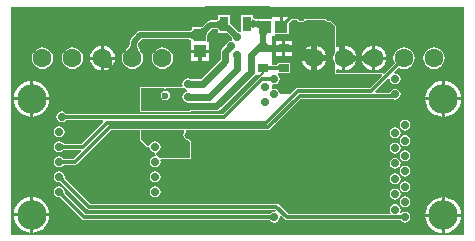
<source format=gbl>
%FSTAX23Y23*%
%MOMM*%
%SFA1B1*%

%IPPOS*%
%ADD10C,0.299999*%
%ADD12C,0.599999*%
%ADD15C,0.200000*%
%ADD18R,0.849998X0.699999*%
%ADD62C,0.599999*%
%ADD67C,0.499999*%
%ADD69C,1.599997*%
%ADD70C,2.499995*%
%ADD71C,0.699999*%
%ADD72C,0.499999*%
%ADD73R,0.799998X1.299997*%
%ADD74R,1.099998X1.049998*%
%ADD75R,1.049998X1.099998*%
%LNpcb1-1*%
%LPD*%
G36*
X2009Y07868D02*
X20272Y07792D01*
X20446Y07769*
X20468Y0776*
X36567*
Y-11548*
X-01719*
Y07767*
X14379*
X144Y07776*
X14575Y07799*
X14757Y07875*
X14783Y07894*
X20055*
X2009Y07868*
G37*
%LNpcb1-2*%
%LPC*%
G36*
X18769Y07122D02*
X17765D01*
Y05708*
Y05692*
X1775Y05684*
X17638Y05625*
X17596Y05653*
X17529Y05666*
X16821Y06374*
X16819Y06375*
Y07122*
X15815*
Y06802*
X15814Y06799*
X1581Y06764*
X15804Y06747*
X15794Y06732*
X15776Y06716*
X15748Y06699*
X15707Y06682*
X15654Y06668*
X15588Y06657*
X1551Y0665*
X15417Y06648*
X15414Y06646*
X15135*
X14998Y06619*
X14881Y06541*
X14867Y06527*
X14864Y06526*
X14733Y06398*
X14504Y06197*
X14409Y06124*
X14325Y0607*
X1428Y06046*
X14091*
X14086Y06048*
X1408Y06046*
X14066*
X14063Y06047*
X14062Y06046*
X13615*
Y05909*
X13613Y05906*
X1361Y05871*
X13604Y05854*
X13593Y05839*
X13576Y05823*
X13548Y05806*
X13507Y05789*
X13453Y05775*
X13387Y05764*
X13309Y05757*
X13217Y05755*
X13214Y05753*
X09204*
X09067Y05726*
X0895Y05648*
X08402Y051*
X08325Y04984*
X08297Y04846*
Y04735*
X08297Y04735*
X08297Y04734*
Y04726*
X08296Y04723*
X08293Y04654*
X08284Y04594*
X0827Y04536*
X0825Y0448*
X08225Y04427*
X08193Y04375*
X08156Y04326*
X08112Y04277*
X08061Y0423*
X08001Y04183*
X07991Y04165*
X07897Y04093*
X07752Y03904*
X07661Y03685*
X0763Y03449*
X07661Y03214*
X07752Y02994*
X07897Y02806*
X08085Y02661*
X08304Y0257*
X0854Y0254*
X08775Y0257*
X08995Y02661*
X09183Y02806*
X09328Y02994*
X09419Y03214*
X0945Y03449*
X09419Y03685*
X09328Y03904*
X09271Y03978*
X09267Y03998*
X09217Y04067*
X09174Y04133*
X09136Y04198*
X09104Y04263*
X09077Y04328*
X09055Y04391*
X09038Y04454*
X09026Y04517*
X09019Y04579*
X09017Y04645*
X09015Y04648*
Y04698*
X09353Y05035*
X13214*
X13217Y05034*
X13309Y05031*
X13387Y05025*
X13453Y05014*
X13465Y0501*
X13493Y04946*
X13463Y04848*
Y04171*
X14242*
X15021*
Y04848*
X14869*
Y052*
X14871Y05205*
X14869Y05211*
Y05398*
X14905Y05464*
X1496Y05548*
X15244Y05883*
X15288Y05928*
X15414*
X15417Y05927*
X1551Y05924*
X15588Y05918*
X15654Y05907*
X15707Y05892*
X15748Y05876*
X15776Y05859*
X15794Y05842*
X15804Y05827*
X1581Y0581*
X15814Y05776*
X15815Y05772*
Y05618*
X16562*
X1696Y0522*
X16993Y05051*
X17002Y05037*
X16926Y04923*
X16911Y04926*
X16735Y04891*
X16585Y04791*
X16485Y04642*
X1648Y04614*
X16113Y04247*
X16025Y04114*
X15993Y03957*
Y03365*
X14328Y017*
X13428*
X13405Y01716*
X13228Y01751*
X13052Y01716*
X12902Y01616*
X12802Y01467*
X12767Y0129*
X12796Y01145*
X12726Y01018*
X11486*
X11467Y0101*
X11459Y01012*
X11323Y00985*
X11188Y01012*
X11179Y0101*
X11161Y01018*
X09293*
X09273Y01009*
X09251*
X09249Y01008*
X09233Y00993*
X09215Y00985*
X09213Y00984*
X09205Y00964*
X09189Y00949*
Y00927*
X09181Y00906*
Y-01009*
X09213Y-01087*
X09291Y-0112*
X13418*
X13496Y-01087*
X13523Y-01024*
X15641*
X15798Y-00992*
X15931Y-00903*
X18797Y01961*
X18899Y0202*
X1938*
X19386Y02005*
X19401Y01893*
X19341Y01853*
X16177Y-0131*
X0294*
X02865Y-01198*
X02716Y-01098*
X0254Y-01063*
X02363Y-01098*
X02214Y-01198*
X02114Y-01347*
X02079Y-01524*
X02114Y-017*
X02214Y-01849*
X02363Y-01949*
X0254Y-01984*
X02716Y-01949*
X02865Y-01849*
X02882Y-01824*
X06014*
X06067Y-01951*
X04205Y-03812*
X02869*
X02862Y-03809*
X02829Y-03808*
X02802Y-03805*
X02777Y-03802*
X02754Y-03797*
X02734Y-03791*
X02716Y-03784*
X027Y-03776*
X02686Y-03767*
X02673Y-03757*
X0266Y-03745*
X02658Y-03743*
X02509Y-03643*
X02333Y-03608*
X02156Y-03643*
X02007Y-03743*
X01907Y-03893*
X01872Y-04069*
X01907Y-04245*
X02007Y-04395*
X02156Y-04495*
X02333Y-0453*
X02509Y-04495*
X02658Y-04395*
X0266Y-04393*
X02673Y-04381*
X02686Y-04371*
X027Y-04362*
X02716Y-04354*
X02734Y-04347*
X02754Y-04341*
X02777Y-04336*
X02802Y-04332*
X02829Y-0433*
X02862Y-04329*
X02869Y-04326*
X04147*
X042Y-04453*
X03597Y-05056*
X02687*
X02658Y-05013*
X02509Y-04913*
X02333Y-04878*
X02156Y-04913*
X02007Y-05013*
X01907Y-05163*
X01872Y-05339*
X01907Y-05515*
X02007Y-05665*
X02156Y-05765*
X02333Y-058*
X02509Y-05765*
X02658Y-05665*
X02722Y-0557*
X03703*
X03802Y-0555*
X03885Y-05494*
X0671Y-02669*
X09181*
Y-03377*
X09213Y-03455*
X09811Y-04052*
X09826Y-04059*
X09837Y-04072*
X09864Y-04074*
X09889Y-04085*
X09951Y-0411*
X10022Y-04182*
X10035Y-04245*
X10135Y-04395*
X10284Y-04495*
X10347Y-04507*
X10419Y-04578*
X10445Y-04641*
X10455Y-04666*
X10458Y-04693*
X10471Y-04703*
X10477Y-04719*
X10519Y-0476*
X10467Y-04865*
X10458Y-04879*
X10284Y-04913*
X10135Y-05013*
X10035Y-05163*
X1Y-05339*
X10035Y-05515*
X10135Y-05665*
X10284Y-05765*
X10461Y-058*
X10637Y-05765*
X10786Y-05665*
X10886Y-05515*
X10922Y-05339*
X10896Y-05213*
X10966Y-05103*
X10988Y-05086*
X13418*
X13496Y-05054*
X13529Y-04976*
Y-03626*
X13526Y-03621*
X13528Y-03615*
X13511Y-03582*
X13496Y-03548*
X13491Y-03546*
X13488Y-0354*
X1339Y-0346*
X13385Y-03458*
X13381Y-03453*
X13345Y-03446*
X13309Y-03435*
X13304Y-03438*
X13299Y-03437*
X13291Y-03438*
X13158Y-03412*
X13045Y-03336*
X12969Y-03223*
X12943Y-0309*
X12969Y-02957*
X13036Y-02858*
X13038Y-02848*
X13045Y-02842*
X13046Y-02808*
X13052Y-02775*
X13112Y-02669*
X19999*
X20097Y-0265*
X2018Y-02594*
X22793Y00017*
X30516*
X30612Y-00045*
X30788Y-00081*
X30965Y-00045*
X31114Y00053*
X31214Y00203*
X31249Y00379*
X31214Y00556*
X31114Y00705*
X30965Y00805*
X30788Y0084*
X30612Y00805*
X30462Y00705*
X30362Y00556*
X30358Y00531*
X29138*
X29089Y00649*
X30217Y01776*
X30334Y01714*
X30327Y01679*
X30362Y01503*
X30462Y01353*
X30612Y01253*
X30788Y01218*
X30965Y01253*
X31114Y01353*
X31214Y01503*
X31249Y01679*
X31214Y01856*
X31114Y02005*
X30965Y02105*
X30788Y0214*
X30754Y02133*
X30691Y0225*
X31093Y02652*
X31291Y0257*
X31527Y0254*
X31762Y0257*
X31982Y02661*
X3217Y02806*
X32315Y02994*
X32406Y03214*
X32437Y03449*
X32406Y03685*
X32315Y03904*
X3217Y04093*
X31982Y04237*
X31762Y04328*
X31527Y04359*
X31291Y04328*
X31072Y04237*
X30884Y04093*
X30739Y03904*
X30648Y03685*
X30617Y03449*
X30648Y03214*
X3073Y03016*
X29831Y02116*
X29705Y02157*
X29685Y02165*
X29669Y02181*
X29647*
X29627Y02189*
X25802*
X25799Y02474*
X25835Y02492*
X25925Y02524*
X26172Y02422*
X2632Y02403*
Y03449*
Y04496*
X26172Y04476*
X25915Y0437*
X25893Y04353*
X25779Y04408*
X2576Y06159*
X25744Y06197*
X25728Y06236*
X25389Y06575*
X25379Y06579*
X25372Y06588*
X25341Y06595*
X25311Y06607*
X25301Y06603*
X2529Y06605*
X2523Y06593*
X25096Y06619*
X24983Y06695*
X2495Y06746*
X2494Y06752*
X24936Y06762*
X24906Y06775*
X24879Y06793*
X24868Y0679*
X24858Y06795*
X23189*
X23178Y0679*
X23167Y06793*
X2314Y06775*
X23111Y06762*
X23106Y06752*
X23097Y06746*
X23063Y06695*
X2295Y06619*
X22817Y06593*
X22683Y06619*
X2257Y06695*
X22537Y06746*
X22527Y06752*
X22523Y06762*
X22493Y06775*
X22466Y06793*
X22455Y0679*
X22445Y06795*
X22076*
X22073Y06794*
X21946Y06877*
Y06893*
X21269*
Y06114*
X21015*
Y06893*
X20338*
Y06741*
X19258*
X19245Y06746*
X19244Y06746*
X19242Y06746*
X19008Y06739*
X18998Y0674*
X18933Y06751*
X1888Y06765*
X18839Y06782*
X18811Y06799*
X18794Y06815*
X18784Y0683*
X18778Y06847*
X18774Y06882*
X18769Y06891*
Y07122*
G37*
G36*
X26574Y04496D02*
Y03576D01*
X27018*
Y04009*
X27097Y03931*
X27249Y038*
X27322Y03747*
X27393Y03702*
X27461Y03665*
X27483Y03655*
X27474Y03724*
X27368Y03981*
X27199Y04201*
X26978Y0437*
X26722Y04476*
X26574Y04496*
G37*
G36*
X29114D02*
Y03576D01*
X30033*
X30014Y03724*
X29908Y03981*
X29739Y04201*
X29518Y0437*
X29262Y04476*
X29114Y04496*
G37*
G36*
X2886D02*
X28712Y04476D01*
X28455Y0437*
X28235Y04201*
X28066Y03981*
X2796Y03724*
X27951Y03655*
X27973Y03665*
X28041Y03702*
X28112Y03747*
X28184Y038*
X28259Y03862*
X28416Y04009*
Y03576*
X2886*
Y04496*
G37*
G36*
X06127D02*
Y03576D01*
X07046*
X07027Y03724*
X06921Y03981*
X06752Y04201*
X06531Y0437*
X06275Y04476*
X06127Y04496*
G37*
G36*
X05873D02*
X05725Y04476D01*
X05468Y0437*
X05248Y04201*
X05079Y03981*
X04973Y03724*
X04953Y03576*
X05873*
Y04496*
G37*
G36*
X15021Y03917D02*
X14369D01*
Y035*
X14542*
X14514Y03497*
X14488Y03488*
X14466Y03473*
X14446Y03452*
X1443Y03425*
X14416Y03391*
X14406Y03352*
X14398Y03306*
X14394Y03255*
X14393Y0324*
X15021*
Y03917*
G37*
G36*
X14115D02*
X13463D01*
Y0324*
X14091*
X14091Y03255*
X14086Y03306*
X14079Y03352*
X14068Y03391*
X14055Y03425*
X14038Y03452*
X14019Y03473*
X13996Y03488*
X13971Y03497*
X13942Y035*
X14115*
Y03917*
G37*
G36*
X2886Y03322D02*
X28416D01*
Y02889*
X28336Y02967*
X28184Y03098*
X28112Y03152*
X28041Y03197*
X27973Y03234*
X27951Y03243*
X2796Y03174*
X28066Y02918*
X28235Y02698*
X28455Y02529*
X28712Y02422*
X2886Y02403*
Y03322*
G37*
G36*
X07046D02*
X06801D01*
X06816Y0313*
X06829Y03041*
X06847Y02959*
X06869Y02885*
X06878Y02863*
X06921Y02918*
X07027Y03174*
X07046Y03322*
G37*
G36*
X06681D02*
X06127D01*
Y02768*
X06681Y03322*
G37*
G36*
X34067Y04359D02*
X33831Y04328D01*
X33612Y04237*
X33424Y04093*
X33279Y03904*
X33188Y03685*
X33157Y03449*
X33188Y03214*
X33279Y02994*
X33424Y02806*
X33612Y02661*
X33831Y0257*
X34067Y0254*
X34302Y0257*
X34522Y02661*
X3471Y02806*
X34855Y02994*
X34946Y03214*
X34977Y03449*
X34946Y03685*
X34855Y03904*
X3471Y04093*
X34522Y04237*
X34302Y04328*
X34067Y04359*
G37*
G36*
X1108D02*
X10844Y04328D01*
X10625Y04237*
X10437Y04093*
X10292Y03904*
X10201Y03685*
X1017Y03449*
X10201Y03214*
X10292Y02994*
X10437Y02806*
X10625Y02661*
X10844Y0257*
X1108Y0254*
X11315Y0257*
X11535Y02661*
X11723Y02806*
X11868Y02994*
X11959Y03214*
X1199Y03449*
X11959Y03685*
X11868Y03904*
X11723Y04093*
X11535Y04237*
X11315Y04328*
X1108Y04359*
G37*
G36*
X0346D02*
X03224Y04328D01*
X03005Y04237*
X02817Y04093*
X02672Y03904*
X02581Y03685*
X0255Y03449*
X02581Y03214*
X02672Y02994*
X02817Y02806*
X03005Y02661*
X03224Y0257*
X0346Y0254*
X03695Y0257*
X03915Y02661*
X04103Y02806*
X04248Y02994*
X04339Y03214*
X0437Y03449*
X04339Y03685*
X04248Y03904*
X04103Y04093*
X03915Y04237*
X03695Y04328*
X0346Y04359*
G37*
G36*
X0092D02*
X00684Y04328D01*
X00465Y04237*
X00277Y04093*
X00132Y03904*
X00041Y03685*
X0001Y03449*
X00041Y03214*
X00132Y02994*
X00277Y02806*
X00465Y02661*
X00684Y0257*
X0092Y0254*
X01155Y0257*
X01375Y02661*
X01563Y02806*
X01708Y02994*
X01799Y03214*
X0183Y03449*
X01799Y03685*
X01708Y03904*
X01563Y04093*
X01375Y04237*
X01155Y04328*
X0092Y04359*
G37*
G36*
X06127Y02646D02*
Y02403D01*
X06275Y02422*
X06531Y02529*
X06587Y02571*
X06565Y0258*
X0649Y02602*
X06408Y0262*
X06319Y02634*
X06223Y02643*
X06127Y02646*
G37*
G36*
X05873Y03322D02*
X04953D01*
X04973Y03174*
X05079Y02918*
X05248Y02698*
X05468Y02529*
X05725Y02422*
X05873Y02403*
Y03322*
G37*
G36*
X30033D02*
X29114D01*
Y02403*
X29262Y02422*
X29518Y02529*
X29739Y02698*
X29908Y02918*
X30014Y03174*
X30033Y03322*
G37*
G36*
X27018D02*
X26574D01*
Y02403*
X26722Y02422*
X26978Y02529*
X27199Y02698*
X27368Y02918*
X27474Y03174*
X27483Y03243*
X27461Y03234*
X27393Y03197*
X27322Y03152*
X27249Y03098*
X27175Y03037*
X27018Y02889*
Y03322*
G37*
G36*
X00127Y01498D02*
Y00127D01*
X01498*
X01482Y00294*
X01396Y00578*
X01256Y00839*
X01068Y01068*
X00839Y01256*
X00578Y01396*
X00294Y01482*
X00127Y01498*
G37*
G36*
X-00127D02*
X-00294Y01482D01*
X-00578Y01396*
X-00839Y01256*
X-01068Y01068*
X-01256Y00839*
X-01396Y00578*
X-01482Y00294*
X-01498Y00127*
X-00127*
Y01498*
G37*
G36*
X34974Y01491D02*
Y00119D01*
X36346*
X36329Y00287*
X36243Y00571*
X36104Y00832*
X35916Y01061*
X35687Y01249*
X35425Y01389*
X35142Y01475*
X34974Y01491*
G37*
G36*
X3472D02*
X34552Y01475D01*
X34269Y01389*
X34008Y01249*
X33779Y01061*
X33591Y00832*
X33451Y00571*
X33365Y00287*
X33348Y00119*
X3472*
Y01491*
G37*
G36*
X-00127Y-00127D02*
X-01498D01*
X-01482Y-00294*
X-01396Y-00578*
X-01256Y-00839*
X-01068Y-01068*
X-00839Y-01256*
X-00578Y-01396*
X-00294Y-01482*
X-00127Y-01498*
Y-00127*
G37*
G36*
X01498D02*
X00127D01*
Y-01498*
X00294Y-01482*
X00578Y-01396*
X00839Y-01256*
X01068Y-01068*
X01256Y-00839*
X01396Y-00578*
X01482Y-00294*
X01498Y-00127*
G37*
G36*
X36346Y-00133D02*
X34974D01*
Y-01505*
X35142Y-01489*
X35425Y-01403*
X35687Y-01263*
X35916Y-01075*
X36104Y-00846*
X36243Y-00585*
X36329Y-00301*
X36346Y-00133*
G37*
G36*
X3472D02*
X33348D01*
X33365Y-00301*
X33451Y-00585*
X33591Y-00846*
X33779Y-01075*
X34008Y-01263*
X34269Y-01403*
X34552Y-01489*
X3472Y-01505*
Y-00133*
G37*
G36*
X3161Y-01766D02*
X31434Y-01801D01*
X31284Y-01901*
X31184Y-0205*
X31149Y-02227*
X31184Y-02403*
X31284Y-02553*
X31434Y-02652*
X3161Y-02688*
X31787Y-02652*
X31936Y-02553*
X32036Y-02403*
X32071Y-02227*
X32036Y-0205*
X31936Y-01901*
X31787Y-01801*
X3161Y-01766*
G37*
G36*
X02333Y-02338D02*
X02156Y-02373D01*
X02007Y-02473*
X01907Y-02623*
X01872Y-02799*
X01907Y-02975*
X02007Y-03125*
X02156Y-03225*
X02333Y-0326*
X02509Y-03225*
X02658Y-03125*
X02758Y-02975*
X02794Y-02799*
X02758Y-02623*
X02658Y-02473*
X02509Y-02373*
X02333Y-02338*
G37*
G36*
X30788Y-02409D02*
X30612Y-02444D01*
X30462Y-02544*
X30362Y-02693*
X30327Y-0287*
X30362Y-03046*
X30462Y-03196*
X30612Y-03295*
X30788Y-0333*
X30965Y-03295*
X31114Y-03196*
X31214Y-03046*
X31249Y-0287*
X31214Y-02693*
X31114Y-02544*
X30965Y-02444*
X30788Y-02409*
G37*
G36*
X3161Y-03066D02*
X31434Y-03101D01*
X31284Y-03201*
X31184Y-0335*
X31149Y-03527*
X31184Y-03703*
X31284Y-03853*
X31434Y-03952*
X3161Y-03987*
X31787Y-03952*
X31936Y-03853*
X32036Y-03703*
X32071Y-03527*
X32036Y-0335*
X31936Y-03201*
X31787Y-03101*
X3161Y-03066*
G37*
G36*
X30788Y-03709D02*
X30612Y-03744D01*
X30462Y-03844*
X30362Y-03993*
X30327Y-0417*
X30362Y-04346*
X30462Y-04496*
X30612Y-04595*
X30788Y-04631*
X30965Y-04595*
X31114Y-04496*
X31214Y-04346*
X31249Y-0417*
X31214Y-03993*
X31114Y-03844*
X30965Y-03744*
X30788Y-03709*
G37*
G36*
X3161Y-04366D02*
X31434Y-04401D01*
X31284Y-04501*
X31184Y-0465*
X31149Y-04827*
X31184Y-05003*
X31284Y-05153*
X31434Y-05252*
X3161Y-05288*
X31787Y-05252*
X31936Y-05153*
X32036Y-05003*
X32071Y-04827*
X32036Y-0465*
X31936Y-04501*
X31787Y-04401*
X3161Y-04366*
G37*
G36*
X30788Y-05009D02*
X30612Y-05044D01*
X30462Y-05144*
X30362Y-05293*
X30327Y-0547*
X30362Y-05646*
X30462Y-05796*
X30612Y-05895*
X30788Y-0593*
X30965Y-05895*
X31114Y-05796*
X31214Y-05646*
X31249Y-0547*
X31214Y-05293*
X31114Y-05144*
X30965Y-05044*
X30788Y-05009*
G37*
G36*
X3161Y-05666D02*
X31434Y-05701D01*
X31284Y-05801*
X31184Y-0595*
X31149Y-06127*
X31184Y-06303*
X31284Y-06453*
X31434Y-06552*
X3161Y-06587*
X31787Y-06552*
X31936Y-06453*
X32036Y-06303*
X32071Y-06127*
X32036Y-0595*
X31936Y-05801*
X31787Y-05701*
X3161Y-05666*
G37*
G36*
X10461Y-06148D02*
X10284Y-06183D01*
X10135Y-06283*
X10035Y-06433*
X1Y-06609*
X10035Y-06785*
X10135Y-06935*
X10284Y-07035*
X10461Y-0707*
X10637Y-07035*
X10786Y-06935*
X10886Y-06785*
X10922Y-06609*
X10886Y-06433*
X10786Y-06283*
X10637Y-06183*
X10461Y-06148*
G37*
G36*
X30788Y-06309D02*
X30612Y-06344D01*
X30462Y-06444*
X30362Y-06593*
X30327Y-0677*
X30362Y-06946*
X30462Y-07096*
X30612Y-07195*
X30788Y-07231*
X30965Y-07195*
X31114Y-07096*
X31214Y-06946*
X31249Y-0677*
X31214Y-06593*
X31114Y-06444*
X30965Y-06344*
X30788Y-06309*
G37*
G36*
X3161Y-06966D02*
X31434Y-07001D01*
X31284Y-07101*
X31184Y-0725*
X31149Y-07427*
X31184Y-07603*
X31284Y-07753*
X31434Y-07852*
X3161Y-07888*
X31787Y-07852*
X31936Y-07753*
X32036Y-07603*
X32071Y-07427*
X32036Y-0725*
X31936Y-07101*
X31787Y-07001*
X3161Y-06966*
G37*
G36*
X10461Y-07418D02*
X10284Y-07453D01*
X10135Y-07553*
X10035Y-07703*
X1Y-07879*
X10035Y-08055*
X10135Y-08205*
X10284Y-08305*
X10461Y-0834*
X10637Y-08305*
X10786Y-08205*
X10886Y-08055*
X10922Y-07879*
X10886Y-07703*
X10786Y-07553*
X10637Y-07453*
X10461Y-07418*
G37*
G36*
X30788Y-07609D02*
X30612Y-07644D01*
X30462Y-07744*
X30362Y-07893*
X30327Y-0807*
X30362Y-08246*
X30462Y-08396*
X30612Y-08495*
X30788Y-0853*
X30965Y-08495*
X31114Y-08396*
X31214Y-08246*
X31249Y-0807*
X31214Y-07893*
X31114Y-07744*
X30965Y-07644*
X30788Y-07609*
G37*
G36*
X3161Y-08266D02*
X31434Y-08301D01*
X31284Y-08401*
X31184Y-0855*
X31149Y-08727*
X31184Y-08903*
X31284Y-09053*
X31434Y-09152*
X3161Y-09188*
X31787Y-09152*
X31936Y-09053*
X32036Y-08903*
X32071Y-08727*
X32036Y-0855*
X31936Y-08401*
X31787Y-08301*
X3161Y-08266*
G37*
G36*
X02333Y-06148D02*
X02156Y-06183D01*
X02007Y-06283*
X01907Y-06433*
X01872Y-06609*
X01907Y-06785*
X02007Y-06935*
X02156Y-07035*
X02333Y-0707*
X02335Y-07069*
X02353Y-0707*
X02369Y-07072*
X02385Y-07076*
X02402Y-07082*
X0242Y-0709*
X02438Y-071*
X02458Y-07112*
X02478Y-07127*
X02499Y-07145*
X02523Y-07167*
X02531Y-0717*
X04665Y-09304*
X04748Y-0936*
X04846Y-0938*
X20598*
X2065Y-09447*
X20585Y-09564*
X2056Y-09559*
X20384Y-09594*
X20234Y-09694*
X20233Y-09696*
X2022Y-09708*
X20207Y-09718*
X20193Y-09726*
X20177Y-09734*
X20159Y-09741*
X20138Y-09747*
X20116Y-09752*
X20091Y-09756*
X20064Y-09758*
X20031Y-09759*
X20023Y-09763*
X0458*
X02894Y-08077*
X02891Y-08069*
X02868Y-08045*
X02851Y-08024*
X02836Y-08004*
X02823Y-07985*
X02813Y-07966*
X02806Y-07948*
X028Y-07932*
X02796Y-07915*
X02794Y-07899*
X02793Y-07881*
X02794Y-07879*
X02758Y-07703*
X02658Y-07553*
X02509Y-07453*
X02333Y-07418*
X02156Y-07453*
X02007Y-07553*
X01907Y-07703*
X01872Y-07879*
X01907Y-08055*
X02007Y-08205*
X02156Y-08305*
X02333Y-0834*
X02335Y-08339*
X02353Y-0834*
X02369Y-08342*
X02385Y-08346*
X02402Y-08352*
X0242Y-0836*
X02438Y-0837*
X02458Y-08382*
X02478Y-08397*
X02499Y-08415*
X02523Y-08437*
X02531Y-0844*
X04292Y-10201*
X04375Y-10257*
X04473Y-10277*
X20023*
X20031Y-1028*
X20064Y-10281*
X20091Y-10283*
X20116Y-10287*
X20138Y-10292*
X20159Y-10298*
X20177Y-10305*
X20193Y-10313*
X20207Y-10322*
X2022Y-10331*
X20233Y-10344*
X20234Y-10346*
X20384Y-10445*
X2056Y-1048*
X20737Y-10445*
X20886Y-10346*
X20986Y-10196*
X21021Y-1002*
X21008Y-09952*
X21125Y-09889*
X21444Y-10208*
X21527Y-10264*
X21625Y-10284*
X31238*
X31284Y-10353*
X31434Y-10452*
X3161Y-10488*
X31787Y-10452*
X31936Y-10353*
X32036Y-10203*
X32071Y-10027*
X32036Y-0985*
X31936Y-09701*
X31787Y-09601*
X3161Y-09566*
X31434Y-09601*
X31312Y-09682*
X31278Y-09679*
X31214Y-09548*
X31214Y-09546*
X31249Y-0937*
X31214Y-09193*
X31114Y-09044*
X30965Y-08944*
X30788Y-08909*
X30612Y-08944*
X30462Y-09044*
X30362Y-09193*
X30327Y-0937*
X30362Y-09546*
X30427Y-09643*
X30362Y-0977*
X21732*
X20903Y-08941*
X2082Y-08885*
X20721Y-08866*
X04953*
X02894Y-06807*
X02891Y-06799*
X02868Y-06775*
X02851Y-06754*
X02836Y-06734*
X02823Y-06715*
X02813Y-06696*
X02806Y-06678*
X028Y-06662*
X02796Y-06645*
X02794Y-06629*
X02793Y-06611*
X02794Y-06609*
X02758Y-06433*
X02658Y-06283*
X02509Y-06183*
X02333Y-06148*
G37*
G36*
X00127Y-08329D02*
Y-09701D01*
X01498*
X01482Y-09533*
X01396Y-0925*
X01256Y-08989*
X01068Y-0876*
X00839Y-08572*
X00578Y-08432*
X00294Y-08346*
X00127Y-08329*
G37*
G36*
X-00127D02*
X-00294Y-08346D01*
X-00578Y-08432*
X-00839Y-08572*
X-01068Y-0876*
X-01256Y-08989*
X-01396Y-0925*
X-01482Y-09533*
X-01498Y-09701*
X-00127*
Y-08329*
G37*
G36*
X34974Y-08336D02*
Y-09708D01*
X36346*
X36329Y-0954*
X36243Y-09257*
X36104Y-08996*
X35916Y-08767*
X35687Y-08579*
X35425Y-08439*
X35142Y-08353*
X34974Y-08336*
G37*
G36*
X3472D02*
X34552Y-08353D01*
X34269Y-08439*
X34008Y-08579*
X33779Y-08767*
X33591Y-08996*
X33451Y-09257*
X33365Y-0954*
X33348Y-09708*
X3472*
Y-08336*
G37*
G36*
X-00127Y-09955D02*
X-01498D01*
X-01482Y-10123*
X-01396Y-10407*
X-01256Y-10668*
X-01068Y-10897*
X-00839Y-11085*
X-00578Y-11224*
X-00294Y-1131*
X-00127Y-11327*
Y-09955*
G37*
G36*
X01498D02*
X00127D01*
Y-11327*
X00294Y-1131*
X00578Y-11224*
X00839Y-11085*
X01068Y-10897*
X01256Y-10668*
X01396Y-10407*
X01482Y-10123*
X01498Y-09955*
G37*
G36*
X36346Y-09962D02*
X34974D01*
Y-11334*
X35142Y-11317*
X35425Y-11231*
X35687Y-11092*
X35916Y-10904*
X36104Y-10675*
X36243Y-10414*
X36329Y-1013*
X36346Y-09962*
G37*
G36*
X3472D02*
X33348D01*
X33365Y-1013*
X33451Y-10414*
X33591Y-10675*
X33779Y-10904*
X34008Y-11092*
X34269Y-11231*
X34552Y-11317*
X3472Y-11334*
Y-09962*
G37*
%LNpcb1-3*%
%LPD*%
G36*
X24904Y06615D02*
X25053Y06515D01*
X2523Y0648*
X25311Y06497*
X2565Y06158*
X25673Y03923*
X25659Y03904*
X25568Y03685*
X25537Y03449*
X25568Y03214*
X25659Y02994*
X25683Y02963*
X25692Y02079*
X29627*
X29676Y01961*
X28647Y00933*
X2252*
X22422Y00913*
X22338Y00858*
X21882Y00401*
X21017*
X20986Y00556*
X20886Y00705*
X20737Y00805*
X2056Y0084*
X20467Y00822*
X2034Y00917*
Y01142*
X20467Y01237*
X2056Y01218*
X20737Y01253*
X20886Y01353*
X20986Y01503*
X21021Y01679*
X20986Y01856*
X20886Y02005*
X20821Y02049*
X20865Y02172*
X21606*
X21631Y02167*
X21656Y02172*
X21883*
Y02399*
X21888Y02424*
X21883Y02449*
Y03076*
X20829*
Y02939*
X20828Y02936*
X20826Y02921*
Y0292*
X20826Y0292*
X20822Y02917*
X20812Y02911*
X20793Y02903*
X20766Y02896*
X2073Y0289*
X20686Y02886*
X20631Y02885*
X20624Y02881*
X2034*
Y04019*
X2018Y04009*
X20125Y04*
X2008Y03989*
X20045Y03977*
X2002Y03962*
X20005Y03946*
X2Y03927*
Y04621*
X20005Y04603*
X2002Y04586*
X20045Y04572*
X2008Y04559*
X20125Y04548*
X2018Y0454*
X20245Y04533*
X2034Y04528*
Y05335*
X20596*
Y05487*
X21794*
Y06403*
X22076Y06684*
X22445*
X22491Y06615*
X2264Y06515*
X22817Y0648*
X22993Y06515*
X23143Y06615*
X23189Y06684*
X24858*
X24904Y06615*
G37*
G36*
X15294Y06093D02*
X15163Y05958D01*
X14872Y05614*
X1481Y05521*
X14765Y05438*
X14738Y05365*
X14728Y05303*
X14736Y05251*
X14761Y05209*
X14082Y05938*
X14121Y05911*
X1417Y059*
X1423Y05908*
X14301Y05932*
X14381Y05975*
X14472Y06034*
X14574Y06111*
X14808Y06317*
X14941Y06447*
X15294Y06093*
G37*
G36*
X19787Y06388D02*
X19792Y06371D01*
X19799Y06354*
X19807Y06336*
X19818Y06318*
X1983Y06299*
X19844Y0628*
X19879Y06241*
X19898Y0622*
X19792Y06114*
X19898Y06008*
X19886Y05995*
X19875Y05982*
X19865Y05969*
X19856Y05956*
X19848Y05943*
X19842Y05929*
X19836Y05916*
X19832Y05902*
X19829Y05888*
X19827Y05874*
X1969Y06012*
X19686Y06008*
X19666Y06028*
X19626Y06062*
X19607Y06076*
X19588Y06088*
X1957Y06099*
X19553Y06108*
X19536Y06114*
X19519Y06119*
X19503Y06123*
X19784Y06404*
X19787Y06388*
G37*
G36*
X18669Y06823D02*
X18684Y0678D01*
X18709Y06743*
X18744Y0671*
X18789Y06683*
X18844Y0666*
X18909Y06643*
X18984Y0663*
X19005Y06628*
X19245Y06636*
Y0587*
X1924Y05918*
X19225Y0596*
X192Y05998*
X19165Y0603*
X1912Y06058*
X19065Y0608*
X19Y06098*
X18955Y06105*
X18909Y06098*
X18844Y0608*
X18789Y06058*
X18744Y0603*
X18709Y05998*
X18684Y0596*
X18669Y05918*
X18664Y0587*
Y0687*
X18669Y06823*
G37*
G36*
X15923Y05787D02*
X15918Y05835D01*
X15903Y05877*
X15878Y05915*
X15843Y05947*
X15798Y05975*
X15742Y05997*
X15677Y06015*
X15601Y06027*
X15516Y06035*
X1542Y06037*
Y06537*
X15516Y0654*
X15601Y06547*
X15677Y0656*
X15742Y06577*
X15798Y066*
X15843Y06627*
X15878Y0666*
X15903Y06697*
X15918Y0674*
X15923Y06787*
Y05787*
G37*
G36*
X13723Y04894D02*
X13718Y04942D01*
X13703Y04984*
X13678Y05022*
X13643Y05054*
X13597Y05082*
X13542Y05104*
X13477Y05122*
X13401Y05134*
X13316Y05142*
X1322Y05144*
Y05644*
X13316Y05647*
X13401Y05654*
X13477Y05667*
X13542Y05684*
X13597Y05707*
X13643Y05734*
X13678Y05767*
X13703Y05804*
X13718Y05847*
X13723Y05894*
Y04894*
G37*
G36*
X20031Y0559D02*
X19988Y05575D01*
X19951Y0555*
X19918Y05514*
X19891Y05469*
X19868Y05414*
X19851Y05348*
X19838Y05273*
X19831Y05188*
X19829Y05104*
X1983Y05026*
X19844Y04866*
X19856Y04801*
X19871Y04746*
X1989Y04701*
X19913Y04666*
X19938Y04641*
X19968Y04626*
X2Y04621*
X19156*
X19189Y04626*
X19218Y04641*
X19244Y04666*
X19266Y04701*
X19285Y04746*
X19301Y04801*
X19313Y04866*
X19321Y04941*
X19327Y05026*
X19328Y05112*
X19327Y05187*
X19308Y05467*
X19298Y05512*
X19288Y05547*
X19275Y05572*
X19261Y05587*
X19245Y05592*
X20078Y05595*
X20031Y0559*
G37*
G36*
X08906Y0464D02*
X08909Y0457D01*
X08917Y045*
X08931Y04429*
X0895Y04359*
X08974Y04288*
X09004Y04217*
X09039Y04146*
X0908Y04075*
X09126Y04004*
X09177Y03933*
X08069Y04096*
X08133Y04146*
X0819Y04199*
X08241Y04255*
X08285Y04313*
X08322Y04374*
X08352Y04438*
X08376Y04504*
X08393Y04573*
X08403Y04644*
X08406Y04718*
X08906Y0464*
G37*
G36*
X20937Y02324D02*
X20934Y02353D01*
X20925Y02378*
X2091Y02401*
X20889Y0242*
X20862Y02437*
X20828Y0245*
X20789Y02461*
X20743Y02468*
X20692Y02473*
X20634Y02474*
Y02774*
X20692Y02776*
X20743Y0278*
X20789Y02788*
X20828Y02798*
X20862Y02812*
X20889Y02828*
X2091Y02848*
X20925Y0287*
X20934Y02896*
X20937Y02924*
Y02324*
G37*
G36*
X2Y02896D02*
X20009Y0287D01*
X20024Y02848*
X20046Y02828*
X20073Y02812*
X20106Y02798*
X20146Y02788*
X20191Y0278*
X20243Y02776*
X203Y02774*
Y02474*
X20243Y02473*
X20191Y02468*
X20146Y02461*
X20106Y0245*
X20073Y02437*
X20046Y0242*
X20024Y02401*
X20009Y02378*
X2Y02353*
X19997Y02324*
Y02924*
X2Y02896*
G37*
G36*
X1316Y00724D02*
X13118Y00586D01*
X13052Y00573*
X12902Y00473*
X12802Y00324*
X12767Y00147*
X12802Y-00028*
X12902Y-00178*
X13052Y-00277*
X13228Y-00313*
X13291Y-003*
X13418Y-00404*
Y-01009*
X09291*
Y00906*
X09293Y00907*
X11161*
X11166Y00904*
X11323Y00872*
X1148Y00904*
X11486Y00907*
X12972*
X12974Y00909*
X1316Y00724*
G37*
G36*
X02602Y-03842D02*
X02623Y-03858D01*
X02647Y-03872*
X02671Y-03885*
X02698Y-03895*
X02727Y-03904*
X02757Y-0391*
X02789Y-03915*
X02823Y-03918*
X02859Y-03919*
Y-04219*
X02823Y-0422*
X02789Y-04223*
X02757Y-04228*
X02727Y-04234*
X02698Y-04243*
X02671Y-04253*
X02647Y-04266*
X02623Y-0428*
X02602Y-04296*
X02583Y-04314*
Y-03824*
X02602Y-03842*
G37*
G36*
X12944Y-02796D02*
X12865Y-02914D01*
X1283Y-0309*
X12865Y-03267*
X12965Y-03416*
X13115Y-03516*
X13291Y-03551*
X1332Y-03545*
X13418Y-03626*
Y-04976*
X1089*
X10555Y-04641*
X10597Y-04503*
X10637Y-04495*
X10786Y-04395*
X10886Y-04245*
X10922Y-04069*
X10886Y-03893*
X10786Y-03743*
X10637Y-03643*
X10461Y-03608*
X10284Y-03643*
X10135Y-03743*
X10035Y-03893*
X10027Y-03933*
X09889Y-03974*
X09291Y-03377*
Y-02669*
X12896*
X12944Y-02796*
G37*
G36*
X02684Y-06639D02*
X02687Y-06666D01*
X02694Y-06692*
X02702Y-06718*
X02714Y-06745*
X02728Y-06771*
X02745Y-06797*
X02764Y-06823*
X02786Y-06849*
X02811Y-06875*
X02599Y-07087*
X02573Y-07063*
X02547Y-07041*
X02521Y-07021*
X02494Y-07004*
X02468Y-0699*
X02442Y-06979*
X02416Y-0697*
X02389Y-06964*
X02363Y-0696*
X02336Y-06959*
X02683Y-06612*
X02684Y-06639*
G37*
G36*
Y-07909D02*
X02687Y-07936D01*
X02694Y-07962*
X02702Y-07988*
X02714Y-08015*
X02728Y-08041*
X02745Y-08067*
X02764Y-08093*
X02786Y-08119*
X02811Y-08145*
X02599Y-08357*
X02573Y-08333*
X02547Y-08311*
X02521Y-08291*
X02494Y-08274*
X02468Y-0826*
X02442Y-08249*
X02416Y-0824*
X02389Y-08234*
X02363Y-0823*
X02336Y-08229*
X02683Y-07882*
X02684Y-07909*
G37*
G36*
X2031Y-10265D02*
X20291Y-10247D01*
X20269Y-1023*
X20246Y-10216*
X20221Y-10204*
X20195Y-10193*
X20166Y-10185*
X20136Y-10178*
X20104Y-10173*
X2007Y-10171*
X20034Y-1017*
Y-0987*
X2007Y-09869*
X20104Y-09866*
X20136Y-09861*
X20166Y-09854*
X20195Y-09846*
X20221Y-09835*
X20246Y-09823*
X20269Y-09809*
X20291Y-09793*
X2031Y-09775*
Y-10265*
G37*
%LNpcb1-4*%
%LPC*%
G36*
X22035Y04878D02*
X21483D01*
Y04401*
X21778*
Y04621*
X21783Y04603*
X21798Y04586*
X21823Y04572*
X21858Y04559*
X21903Y04548*
X21958Y0454*
X22023Y04533*
X22035Y04532*
Y04878*
G37*
G36*
X21229D02*
X20677D01*
Y04535*
X20754Y0454*
X20809Y04548*
X20854Y04559*
X20889Y04572*
X20914Y04586*
X20929Y04603*
X20934Y04621*
Y04401*
X21229*
Y04878*
G37*
G36*
X23657Y04479D02*
X23632Y04476D01*
X23375Y0437*
X23241Y04267*
X2329Y04244*
X23355Y04223*
X23423Y04209*
X23493Y04203*
X23566Y04204*
X23642Y04212*
X23657Y04215*
Y04479*
G37*
G36*
X21229Y04147D02*
X20934D01*
Y03927*
X20929Y03946*
X20914Y03962*
X20889Y03977*
X20854Y03989*
X20809Y04*
X20754Y04009*
X20689Y04016*
X20677Y04016*
Y0367*
X21229*
Y04147*
G37*
G36*
X24157Y04479D02*
Y03699D01*
X24937*
X24934Y03724*
X24828Y03981*
X24659Y04201*
X24438Y0437*
X24182Y04476*
X24157Y04479*
G37*
G36*
X23657Y04127D02*
X23389Y03699D01*
X23657*
Y04127*
G37*
G36*
X22914Y03806D02*
X2288Y03724D01*
X22877Y03699*
X22977*
X22957Y03737*
X22918Y03799*
X22914Y03806*
G37*
G36*
X21778Y04147D02*
X21483D01*
Y0367*
X22035*
Y04014*
X21958Y04009*
X21903Y04*
X21858Y03989*
X21823Y03977*
X21798Y03962*
X21783Y03946*
X21778Y03927*
Y04147*
G37*
G36*
X24937Y03199D02*
X24157D01*
Y02419*
X24182Y02422*
X24438Y02529*
X24659Y02698*
X24828Y02918*
X24934Y03174*
X24937Y03199*
G37*
G36*
X23657D02*
X22877D01*
X2288Y03174*
X22986Y02918*
X23155Y02698*
X23375Y02529*
X23632Y02422*
X23657Y02419*
Y03199*
G37*
G36*
X11323Y00692D02*
X11166Y00661D01*
X11033Y00572*
X10945Y00439*
X10913Y00282*
X10945Y00125*
X11033Y-00006*
X11166Y-00095*
X11323Y-00127*
X1148Y-00095*
X11613Y-00006*
X11702Y00125*
X11733Y00282*
X11702Y00439*
X11613Y00572*
X1148Y00661*
X11323Y00692*
G37*
%LNpcb1-5*%
%LPD*%
G54D10*
X02414Y-01524D02*
X0254D01*
X0237Y-01567D02*
X02414Y-01524D01*
X20552Y01671D02*
X2056Y01679D01*
X19522Y01671D02*
X20552D01*
X16283Y-01567D02*
X19522Y01671D01*
X19303Y02424D02*
X19503Y02624D01*
X19578*
X21356Y04274D02*
D01*
X26193Y03097D02*
Y05978D01*
X2523Y06941D02*
X26193Y05978D01*
X21969Y06941D02*
X2523D01*
X21142Y06114D02*
X21969Y06941D01*
X28753Y00676D02*
X31527Y03449D01*
X2252Y00676D02*
X28753D01*
X19832Y-02011D02*
X2252Y00676D01*
X30683Y00274D02*
X30788Y00379D01*
X22686Y00274D02*
X30683D01*
X19999Y-02412D02*
X22686Y00274D01*
X06604Y-02412D02*
X19999D01*
X03703Y-05313D02*
X06604Y-02412D01*
X0237Y-01567D02*
X16283D01*
X0637Y-02011D02*
X19832D01*
X04312Y-04069D02*
X0637Y-02011D01*
X13609Y02179D02*
X14242Y02812D01*
X0727Y02179D02*
X13609D01*
X06Y03449D02*
X0727Y02179D01*
X19578Y04274D02*
X19578Y04274D01*
X02359Y-05313D02*
X03703D01*
X02333Y-05339D02*
X02359Y-05313D01*
X02333Y-04069D02*
X04312D01*
X17419Y05227D02*
Y05268D01*
X21625Y-10027D02*
X3161D01*
X20721Y-09123D02*
X21625Y-10027D01*
X04846Y-09123D02*
X20721D01*
X04473Y-1002D02*
X2056D01*
X02333Y-06609D02*
X04846Y-09123D01*
X02333Y-07879D02*
X04473Y-1002D01*
X19536Y0637D02*
X19792Y06114D01*
X19578Y059D02*
X19792Y06114D01*
X16317Y0612D02*
Y0637D01*
X14242Y05394D02*
Y05419D01*
X14617Y05794*
X14642*
X14242Y02812D02*
Y04044D01*
X26447Y03449D02*
X28987D01*
X21142Y06114D02*
X21144Y06116D01*
X21431Y02624D02*
X21631Y02424D01*
X21356Y02624D02*
X21431D01*
X21356D02*
D01*
X19578D02*
X21356D01*
X0854Y03449D02*
X08656Y03566D01*
G54D12*
X18562Y02306D02*
Y03703D01*
X15641Y-00614D02*
X18562Y02306D01*
X12466Y-00614D02*
X15641D01*
X13228Y00147D02*
X15006D01*
X17419Y0256*
Y03703*
X13228Y0129D02*
X14498D01*
X16403Y03195*
Y03957D02*
X16911Y04465D01*
X16403Y03195D02*
Y03957D01*
X19133Y04274D02*
X19578D01*
X18562Y03703D02*
X19133Y04274D01*
G54D15*
X19578Y02224D02*
Y02624D01*
X16138Y-01215D02*
X19578Y02224D01*
X03162Y-01215D02*
X16138D01*
X01946Y0D02*
X03162Y-01215D01*
X0Y0D02*
X01946D01*
G54D18*
X21356Y02624D03*
Y04274D03*
X19578Y02624D03*
Y04274D03*
G54D62*
X11323Y01282D03*
Y00282D03*
G54D67*
X16317Y0612D02*
X16567D01*
X18267Y0637D02*
X19536D01*
X19578Y04274D02*
Y059D01*
X16567Y0612D02*
X17419Y05268D01*
X15135Y06287D02*
X16234D01*
X16317Y0637*
X14642Y05794D02*
X15135Y06287D01*
X22828Y04274D02*
X23653Y03449D01*
X21356Y04274D02*
X22828D01*
X19578D02*
X21356D01*
X08656Y03566D02*
Y04846D01*
X09204Y05394*
X14242*
G54D69*
X28987Y03449D03*
X26447D03*
X23907D03*
X31527D03*
X34067D03*
X06D03*
X0346D03*
X0092D03*
X0854D03*
X1108D03*
G54D70*
X34847Y-00006D03*
X0Y0D03*
Y-09828D03*
X34847Y-09835D03*
G54D71*
X0254Y-01524D03*
X30788Y01679D03*
X22817Y06941D03*
X2056Y01679D03*
X19738Y01036D03*
Y-00263D03*
X13228Y00147D03*
X2056Y00379D03*
X13228Y0129D03*
X17419Y03703D03*
X16911Y04465D03*
X30788Y-0287D03*
Y-0417D03*
Y-0547D03*
Y-0677D03*
X17419Y05227D03*
X30788Y-0807D03*
Y-0937D03*
X02333Y-06609D03*
Y-07879D03*
Y-05339D03*
Y-04069D03*
Y-02799D03*
Y-09149D03*
X10461Y-04069D03*
Y-05339D03*
Y-06609D03*
Y-07879D03*
X13291Y-05503D03*
Y-07916D03*
Y-0309D03*
X27643Y06941D03*
X2523D03*
X3161Y-02227D03*
X30788Y00379D03*
X32786Y-06105D03*
X3161Y-10027D03*
Y-08727D03*
Y-07427D03*
Y-06127D03*
Y-04827D03*
Y-03527D03*
X2056Y-1002D03*
G54D72*
X24024Y-0032D03*
X25124D03*
X26224D03*
X27324D03*
X24024Y-0142D03*
X25124D03*
X26224D03*
X27324D03*
X24024Y-0252D03*
X25124D03*
X26224D03*
X27324D03*
X24024Y-0362D03*
X25124D03*
X26224D03*
X27324D03*
X24024Y-0472D03*
X25124D03*
X26224D03*
X27324D03*
X24024Y-0582D03*
X25124D03*
X26224D03*
X27324D03*
X24024Y-0692D03*
X25124D03*
X26224D03*
X27324D03*
X24024Y-0802D03*
X25124D03*
X26224D03*
X27324D03*
X25128Y02892D03*
Y04092D03*
X27828Y04092D03*
X23028Y04692D03*
X22728Y04092D03*
Y05292D03*
X23028Y05892D03*
X35328Y07092D03*
X35828Y06092D03*
X35328Y05092D03*
X35828Y04092D03*
X35328Y03092D03*
X35828Y02092D03*
Y-01907D03*
X35328Y-02907D03*
X35828Y-03907D03*
X35328Y-04907D03*
X35828Y-05907D03*
X35328Y-06907D03*
X35828Y-07907D03*
X34828Y06092D03*
Y02092D03*
Y-01907D03*
X34328Y-02907D03*
X34828Y-03907D03*
X34328Y-04907D03*
X34828Y-05907D03*
X34328Y-06907D03*
X34828Y-07907D03*
X33828Y02092D03*
X33328Y01092D03*
Y-00907D03*
X33828Y-01907D03*
Y-03907D03*
Y-05907D03*
X33328Y-06907D03*
X33828Y-07907D03*
X33328Y-08907D03*
Y-10907D03*
X32828Y06092D03*
X32328Y05092D03*
X32828Y04092D03*
Y00092D03*
X32328Y-06907D03*
X32828Y-07907D03*
Y-09907D03*
X32328Y-10907D03*
X31828Y00092D03*
X31328Y-10907D03*
X30328Y07092D03*
Y-10907D03*
X29328D03*
X27828Y06092D03*
X21328Y-10907D03*
X20328D03*
X19328D03*
X18328D03*
X17328D03*
X16328D03*
X15328D03*
X14328Y07092D03*
Y-10907D03*
X13328Y07092D03*
Y-10907D03*
X12328Y07092D03*
X12828Y04092D03*
X12328Y03092D03*
Y-10907D03*
X11328D03*
X10328D03*
X09828Y04092D03*
X09328Y-10907D03*
X08328D03*
X07328Y07092D03*
X07828Y06092D03*
X07328Y03092D03*
X07828Y02092D03*
X07328Y01092D03*
Y-10907D03*
X06828Y02092D03*
X06328Y01092D03*
X06828Y00092D03*
X06328Y-00907D03*
X06828Y-03907D03*
X06328Y-04907D03*
X06828Y-05907D03*
X06328Y-06907D03*
X06828Y-07907D03*
X06328Y-10907D03*
X05328Y05092D03*
X05828Y02092D03*
X05328Y01092D03*
X05828Y00092D03*
X05328Y-00907D03*
Y-04907D03*
X05828Y-05907D03*
X05328Y-06907D03*
X05828Y-07907D03*
X05328Y-10907D03*
X04328Y07092D03*
X04828Y06092D03*
X04328Y05092D03*
X04828Y04092D03*
Y02092D03*
X04328Y01092D03*
X04828Y00092D03*
X04328Y-10907D03*
X03328Y07092D03*
X03828Y06092D03*
X03328Y05092D03*
X03828Y02092D03*
X03328Y01092D03*
X03828Y00092D03*
X03328Y-10907D03*
X02328Y07092D03*
X02828Y06092D03*
Y02092D03*
X02328Y01092D03*
X02828Y00092D03*
X02328Y-10907D03*
X01328Y07092D03*
X01828Y06092D03*
Y02092D03*
Y-09907D03*
X00328Y07092D03*
X00828Y06092D03*
Y-01907D03*
X00328Y-02907D03*
X00828Y-03907D03*
X00328Y-04907D03*
X00828Y-05907D03*
X00328Y-06907D03*
X00828Y-07907D03*
X-00671Y07092D03*
X-00171Y06092D03*
X-00671Y05092D03*
X-00171Y-01907D03*
X-00671Y-02907D03*
X-00171Y-03907D03*
X-00671Y-04907D03*
X-00171Y-05907D03*
X-00671Y-06907D03*
X-00171Y-07907D03*
X25128Y05292D03*
X12528Y-00707D03*
X11928D03*
X11328D03*
X10128D03*
G54D73*
X16317Y0637D03*
X18267D03*
G54D74*
X21142Y06114D03*
X19792D03*
G54D75*
X14242Y04044D03*
Y05394D03*
M02*
</source>
